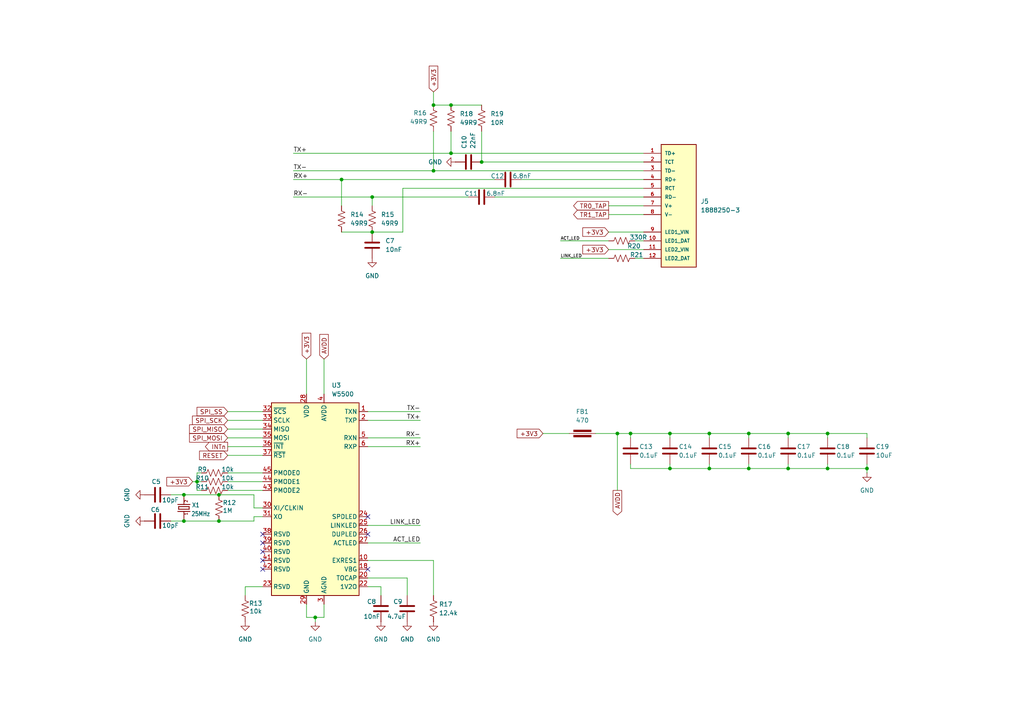
<source format=kicad_sch>
(kicad_sch (version 20231120) (generator "eeschema") (generator_version "8.0")
  (paper "A4")
  (lib_symbols
    (symbol "Connector_Ethernet:1888250-3" (pin_names (offset 1.016))
      (property "Reference" "J" (at -5.0874 16.0325 0))
      (property "Value" "1888250-3" (at -5.0847 -22.8787 0))
      (symbol "1888250-3_0_0"
        (rectangle (start -5.08 15.24) (end 5.08 -20.32) (stroke (width 0.254)) (fill (type background)))
        (pin passive line (at -10.16 12.7 0) (length 5.08) (name "TD+") (number "1"))
        (pin passive line (at -10.16 -12.7 0) (length 5.08) (name "LED1_DAT") (number "10"))
        (pin passive line (at -10.16 -15.24 0) (length 5.08) (name "LED2_VIN") (number "11"))
        (pin passive line (at -10.16 -17.78 0) (length 5.08) (name "LED2_DAT") (number "12"))
        (pin passive line (at -10.16 10.16 0) (length 5.08) (name "TCT") (number "2"))
        (pin passive line (at -10.16 7.62 0) (length 5.08) (name "TD-") (number "3"))
        (pin passive line (at -10.16 5.08 0) (length 5.08) (name "RD+") (number "4"))
        (pin passive line (at -10.16 2.54 0) (length 5.08) (name "RCT") (number "5"))
        (pin passive line (at -10.16 0 0) (length 5.08) (name "RD-") (number "6"))
        (pin passive line (at -10.16 -2.54 0) (length 5.08) (name "V+") (number "7"))
        (pin passive line (at -10.16 -5.08 0) (length 5.08) (name "V-") (number "8"))
        (pin passive line (at -10.16 -10.16 0) (length 5.08) (name "LED1_VIN") (number "9"))
      )
    )
    (symbol "Device:C" (pin_numbers hide) (pin_names (offset 0.254))
      (property "Reference" "C" (at 0.635 2.54 0))
      (property "Value" "C" (at 0.635 -2.54 0))
      (symbol "C_0_1"
        (polyline (pts (xy -2.032 -0.762) (xy 2.032 -0.762)) (stroke (width 0.508)))
        (polyline (pts (xy -2.032 0.762) (xy 2.032 0.762)) (stroke (width 0.508)))
      )
      (symbol "C_1_1"
        (pin passive line (at 0 3.81 270) (length 2.794) (name "~") (number "1"))
        (pin passive line (at 0 -3.81 90) (length 2.794) (name "~") (number "2"))
      )
    )
    (symbol "Device:R_US" (pin_numbers hide) (pin_names (offset 0))
      (property "Reference" "R" (at 2.54 0 90))
      (property "Value" "R_US" (at -2.54 0 90))
      (symbol "R_US_0_1"
        (polyline (pts (xy 0 -2.286) (xy 0 -2.54)))
        (polyline (pts (xy 0 2.286) (xy 0 2.54)))
        (polyline (pts (xy 0 -0.762) (xy 1.016 -1.143) (xy 0 -1.524) (xy -1.016 -1.905) (xy 0 -2.286)))
        (polyline (pts (xy 0 0.762) (xy 1.016 0.381) (xy 0 0) (xy -1.016 -0.381) (xy 0 -0.762)))
        (polyline (pts (xy 0 2.286) (xy 1.016 1.905) (xy 0 1.524) (xy -1.016 1.143) (xy 0 0.762)))
      )
      (symbol "R_US_1_1"
        (pin passive line (at 0 3.81 270) (length 1.27) (name "~") (number "1"))
        (pin passive line (at 0 -3.81 90) (length 1.27) (name "~") (number "2"))
      )
    )
    (symbol "Interface_Ethernet:W5500"
      (property "Reference" "U" (at -11.43 29.21 0))
      (property "Value" "W5500" (at 8.89 29.21 0))
      (symbol "W5500_0_1"
        (rectangle (start -12.7 27.94) (end 12.7 -27.94) (stroke (width 0.254)) (fill (type background)))
      )
      (symbol "W5500_1_1"
        (pin output line (at 15.24 25.4 180) (length 2.54) (name "TXN") (number "1"))
        (pin passive line (at 15.24 -17.78 180) (length 2.54) (name "EXRES1") (number "10"))
        (pin passive line (at 2.54 30.48 270) (length 2.54) hide (name "AVDD") (number "11"))
        (pin no_connect line (at 12.7 7.62 180) (length 2.54) hide (name "NC") (number "12"))
        (pin no_connect line (at 12.7 5.08 180) (length 2.54) hide (name "NC") (number "13"))
        (pin passive line (at 2.54 -30.48 90) (length 2.54) hide (name "AGND") (number "14"))
        (pin passive line (at 2.54 30.48 270) (length 2.54) hide (name "AVDD") (number "15"))
        (pin passive line (at 2.54 -30.48 90) (length 2.54) hide (name "AGND") (number "16"))
        (pin passive line (at 2.54 30.48 270) (length 2.54) hide (name "AVDD") (number "17"))
        (pin passive line (at 15.24 -20.32 180) (length 2.54) (name "VBG") (number "18"))
        (pin passive line (at 2.54 -30.48 90) (length 2.54) hide (name "AGND") (number "19"))
        (pin output line (at 15.24 22.86 180) (length 2.54) (name "TXP") (number "2"))
        (pin passive line (at 15.24 -22.86 180) (length 2.54) (name "TOCAP") (number "20"))
        (pin passive line (at 2.54 30.48 270) (length 2.54) hide (name "AVDD") (number "21"))
        (pin output line (at 15.24 -25.4 180) (length 2.54) (name "1V2O") (number "22"))
        (pin input line (at -15.24 -25.4 0) (length 2.54) (name "RSVD") (number "23"))
        (pin output line (at 15.24 -5.08 180) (length 2.54) (name "SPDLED") (number "24"))
        (pin output line (at 15.24 -7.62 180) (length 2.54) (name "LINKLED") (number "25"))
        (pin output line (at 15.24 -10.16 180) (length 2.54) (name "DUPLED") (number "26"))
        (pin output line (at 15.24 -12.7 180) (length 2.54) (name "ACTLED") (number "27"))
        (pin power_in line (at -2.54 30.48 270) (length 2.54) (name "VDD") (number "28"))
        (pin power_in line (at -2.54 -30.48 90) (length 2.54) (name "GND") (number "29"))
        (pin power_in line (at 2.54 -30.48 90) (length 2.54) (name "AGND") (number "3"))
        (pin input line (at -15.24 -2.54 0) (length 2.54) (name "XI/CLKIN") (number "30"))
        (pin output line (at -15.24 -5.08 0) (length 2.54) (name "XO") (number "31"))
        (pin input line (at -15.24 25.4 0) (length 2.54) (name "~{SCS}") (number "32"))
        (pin input line (at -15.24 22.86 0) (length 2.54) (name "SCLK") (number "33"))
        (pin output line (at -15.24 20.32 0) (length 2.54) (name "MISO") (number "34"))
        (pin input line (at -15.24 17.78 0) (length 2.54) (name "MOSI") (number "35"))
        (pin input line (at -15.24 15.24 0) (length 2.54) (name "~{INT}") (number "36"))
        (pin input line (at -15.24 12.7 0) (length 2.54) (name "~{RST}") (number "37"))
        (pin input line (at -15.24 -10.16 0) (length 2.54) (name "RSVD") (number "38"))
        (pin input line (at -15.24 -12.7 0) (length 2.54) (name "RSVD") (number "39"))
        (pin power_in line (at 2.54 30.48 270) (length 2.54) (name "AVDD") (number "4"))
        (pin input line (at -15.24 -15.24 0) (length 2.54) (name "RSVD") (number "40"))
        (pin input line (at -15.24 -17.78 0) (length 2.54) (name "RSVD") (number "41"))
        (pin input line (at -15.24 -20.32 0) (length 2.54) (name "RSVD") (number "42"))
        (pin input line (at -15.24 2.54 0) (length 2.54) (name "PMODE2") (number "43"))
        (pin input line (at -15.24 5.08 0) (length 2.54) (name "PMODE1") (number "44"))
        (pin input line (at -15.24 7.62 0) (length 2.54) (name "PMODE0") (number "45"))
        (pin no_connect line (at 12.7 2.54 180) (length 2.54) hide (name "NC") (number "46"))
        (pin no_connect line (at 12.7 0 180) (length 2.54) hide (name "NC") (number "47"))
        (pin passive line (at 2.54 -30.48 90) (length 2.54) hide (name "AGND") (number "48"))
        (pin input line (at 15.24 17.78 180) (length 2.54) (name "RXN") (number "5"))
        (pin input line (at 15.24 15.24 180) (length 2.54) (name "RXP") (number "6"))
        (pin no_connect line (at 12.7 10.16 180) (length 2.54) hide (name "DNC") (number "7"))
        (pin passive line (at 2.54 30.48 270) (length 2.54) hide (name "AVDD") (number "8"))
        (pin passive line (at 2.54 -30.48 90) (length 2.54) hide (name "AGND") (number "9"))
      )
    )
    (symbol "PCM_Device_AKL:Ferrite_Bead" (pin_numbers hide) (pin_names (offset 0))
      (property "Reference" "FB" (at 0 4.572 0))
      (property "Value" "Ferrite_Bead" (at 0 3.175 0))
      (symbol "Ferrite_Bead_0_1"
        (rectangle (start -2.54 1.016) (end 2.54 0.508) (fill (type outline)))
        (polyline (pts (xy 2.54 0) (xy -2.54 0)))
      )
      (symbol "Ferrite_Bead_1_1"
        (rectangle (start -2.54 -0.508) (end 2.54 -1.016) (fill (type outline)))
        (pin passive line (at -3.81 0 0) (length 1.27) (name "~") (number "1"))
        (pin passive line (at 3.81 0 180) (length 1.27) (name "~") (number "2"))
      )
    )
    (symbol "power:GND" (power) (pin_numbers hide) (pin_names (offset 0) hide)
      (property "Value" "GND" (at 0 -3.81 0))
      (symbol "GND_0_1"
        (polyline (pts (xy 0 0) (xy 0 -1.27) (xy 1.27 -1.27) (xy 0 -2.54) (xy -1.27 -1.27) (xy 0 -1.27)))
      )
      (symbol "GND_1_1"
        (pin power_in line (at 0 0 270) (length 0) (name "~") (number "1"))
      )
    )
    (symbol "seeed-eagle-import:CRYSTAL'5032'"
      (property "Reference" "X" (at -3.81 0 0))
      (symbol "CRYSTAL'5032'_1_0"
        (polyline (pts (xy -1.27 0) (xy -1.016 0)) (stroke (width 0.1524)))
        (polyline (pts (xy -1.016 0) (xy -1.016 -1.778)) (stroke (width 0.254)))
        (polyline (pts (xy -1.016 1.778) (xy -1.016 0)) (stroke (width 0.254)))
        (polyline (pts (xy -0.381 -1.524) (xy 0.381 -1.524)) (stroke (width 0.254)))
        (polyline (pts (xy -0.381 1.524) (xy -0.381 -1.524)) (stroke (width 0.254)))
        (polyline (pts (xy 0.381 -1.524) (xy 0.381 1.524)) (stroke (width 0.254)))
        (polyline (pts (xy 0.381 1.524) (xy -0.381 1.524)) (stroke (width 0.254)))
        (polyline (pts (xy 1.016 0) (xy 1.016 -1.778)) (stroke (width 0.254)))
        (polyline (pts (xy 1.016 0) (xy 1.27 0)) (stroke (width 0.1524)))
        (polyline (pts (xy 1.016 1.778) (xy 1.016 0)) (stroke (width 0.254)))
        (text "1" (at -2.159 -1.143 0) (effects (font (size 0.8636 0.734)) (justify left bottom)))
        (text "2" (at 1.524 -1.143 0) (effects (font (size 0.8636 0.734)) (justify left bottom)))
        (pin passive line (at -3.81 0 0) (length 2.54) (name "1") (number "1"))
        (pin passive line (at 3.81 0 180) (length 2.54) (name "2") (number "2"))
      )
    )
  )
  (junction (at 57.15 139.7))
  (junction (at 63.5 143.51))
  (junction (at 251.46 135.89))
  (junction (at 194.31 135.89))
  (junction (at 240.03 135.89))
  (junction (at 205.74 135.89))
  (junction (at 217.17 135.89))
  (junction (at 91.44 179.07))
  (junction (at 205.74 125.73))
  (junction (at 107.95 67.31))
  (junction (at 217.17 125.73))
  (junction (at 130.81 30.48))
  (junction (at 228.6 125.73))
  (junction (at 107.95 57.15))
  (junction (at 53.34 143.51))
  (junction (at 125.73 30.48))
  (junction (at 139.7 46.99))
  (junction (at 194.31 125.73))
  (junction (at 182.88 125.73))
  (junction (at 179.07 125.73))
  (junction (at 63.5 151.13))
  (junction (at 99.06 52.07))
  (junction (at 53.34 151.13))
  (junction (at 125.73 49.53))
  (junction (at 228.6 135.89))
  (junction (at 130.81 44.45))
  (junction (at 240.03 125.73))
  (no_connect (at 76.2 162.56))
  (no_connect (at 76.2 154.94))
  (no_connect (at 76.2 160.02))
  (no_connect (at 106.68 149.86))
  (no_connect (at 106.68 165.1))
  (no_connect (at 76.2 157.48))
  (no_connect (at 106.68 154.94))
  (no_connect (at 76.2 165.1))
  (wire (pts (xy 76.2 147.32) (xy 73.66 147.32)))
  (wire (pts (xy 240.03 135.89) (xy 240.03 134.62)))
  (wire (pts (xy 106.68 152.4) (xy 121.92 152.4)))
  (wire (pts (xy 63.5 143.51) (xy 53.34 143.51)))
  (wire (pts (xy 179.07 125.73) (xy 179.07 142.24)))
  (wire (pts (xy 205.74 135.89) (xy 217.17 135.89)))
  (wire (pts (xy 99.06 52.07) (xy 99.06 59.69)))
  (wire (pts (xy 57.15 137.16) (xy 57.15 139.7)))
  (wire (pts (xy 240.03 135.89) (xy 251.46 135.89)))
  (wire (pts (xy 228.6 127) (xy 228.6 125.73)))
  (wire (pts (xy 162.56 69.85) (xy 176.53 69.85)))
  (wire (pts (xy 66.04 119.38) (xy 76.2 119.38)))
  (wire (pts (xy 88.9 179.07) (xy 91.44 179.07)))
  (wire (pts (xy 205.74 125.73) (xy 217.17 125.73)))
  (wire (pts (xy 93.98 104.14) (xy 93.98 114.3)))
  (wire (pts (xy 194.31 125.73) (xy 205.74 125.73)))
  (wire (pts (xy 118.11 167.64) (xy 118.11 172.72)))
  (wire (pts (xy 66.04 132.08) (xy 76.2 132.08)))
  (wire (pts (xy 240.03 127) (xy 240.03 125.73)))
  (wire (pts (xy 73.66 143.51) (xy 63.5 143.51)))
  (wire (pts (xy 176.53 67.31) (xy 186.69 67.31)))
  (wire (pts (xy 66.04 129.54) (xy 76.2 129.54)))
  (wire (pts (xy 106.68 170.18) (xy 110.49 170.18)))
  (wire (pts (xy 182.88 125.73) (xy 179.07 125.73)))
  (wire (pts (xy 228.6 125.73) (xy 240.03 125.73)))
  (wire (pts (xy 125.73 162.56) (xy 125.73 172.72)))
  (wire (pts (xy 162.56 74.93) (xy 176.53 74.93)))
  (wire (pts (xy 66.04 124.46) (xy 76.2 124.46)))
  (wire (pts (xy 125.73 49.53) (xy 186.69 49.53)))
  (wire (pts (xy 205.74 135.89) (xy 205.74 134.62)))
  (wire (pts (xy 172.72 125.73) (xy 179.07 125.73)))
  (wire (pts (xy 106.68 167.64) (xy 118.11 167.64)))
  (wire (pts (xy 182.88 135.89) (xy 194.31 135.89)))
  (wire (pts (xy 66.04 127) (xy 76.2 127)))
  (wire (pts (xy 106.68 162.56) (xy 125.73 162.56)))
  (wire (pts (xy 106.68 119.38) (xy 121.92 119.38)))
  (wire (pts (xy 110.49 170.18) (xy 110.49 172.72)))
  (wire (pts (xy 73.66 147.32) (xy 73.66 143.51)))
  (wire (pts (xy 194.31 135.89) (xy 194.31 134.62)))
  (wire (pts (xy 66.04 139.7) (xy 76.2 139.7)))
  (wire (pts (xy 251.46 137.16) (xy 251.46 135.89)))
  (wire (pts (xy 176.53 62.23) (xy 186.69 62.23)))
  (wire (pts (xy 217.17 125.73) (xy 228.6 125.73)))
  (wire (pts (xy 139.7 38.1) (xy 139.7 46.99)))
  (wire (pts (xy 71.12 170.18) (xy 71.12 172.72)))
  (wire (pts (xy 106.68 157.48) (xy 121.92 157.48)))
  (wire (pts (xy 57.15 137.16) (xy 58.42 137.16)))
  (wire (pts (xy 99.06 52.07) (xy 143.51 52.07)))
  (wire (pts (xy 85.09 52.07) (xy 99.06 52.07)))
  (wire (pts (xy 76.2 170.18) (xy 71.12 170.18)))
  (wire (pts (xy 217.17 135.89) (xy 217.17 134.62)))
  (wire (pts (xy 116.84 54.61) (xy 186.69 54.61)))
  (wire (pts (xy 157.48 125.73) (xy 165.1 125.73)))
  (wire (pts (xy 53.34 151.13) (xy 49.53 151.13)))
  (wire (pts (xy 194.31 135.89) (xy 205.74 135.89)))
  (wire (pts (xy 194.31 127) (xy 194.31 125.73)))
  (wire (pts (xy 116.84 67.31) (xy 107.95 67.31)))
  (wire (pts (xy 66.04 142.24) (xy 76.2 142.24)))
  (wire (pts (xy 143.51 57.15) (xy 186.69 57.15)))
  (wire (pts (xy 228.6 135.89) (xy 240.03 135.89)))
  (wire (pts (xy 93.98 179.07) (xy 91.44 179.07)))
  (wire (pts (xy 176.53 59.69) (xy 186.69 59.69)))
  (wire (pts (xy 73.66 151.13) (xy 63.5 151.13)))
  (wire (pts (xy 53.34 143.51) (xy 49.53 143.51)))
  (wire (pts (xy 130.81 44.45) (xy 186.69 44.45)))
  (wire (pts (xy 184.15 69.85) (xy 186.69 69.85)))
  (wire (pts (xy 130.81 30.48) (xy 139.7 30.48)))
  (wire (pts (xy 151.13 52.07) (xy 186.69 52.07)))
  (wire (pts (xy 251.46 135.89) (xy 251.46 134.62)))
  (wire (pts (xy 66.04 137.16) (xy 76.2 137.16)))
  (wire (pts (xy 139.7 46.99) (xy 186.69 46.99)))
  (wire (pts (xy 125.73 30.48) (xy 130.81 30.48)))
  (wire (pts (xy 125.73 38.1) (xy 125.73 49.53)))
  (wire (pts (xy 106.68 129.54) (xy 121.92 129.54)))
  (wire (pts (xy 63.5 151.13) (xy 53.34 151.13)))
  (wire (pts (xy 106.68 121.92) (xy 121.92 121.92)))
  (wire (pts (xy 73.66 149.86) (xy 73.66 151.13)))
  (wire (pts (xy 107.95 57.15) (xy 107.95 59.69)))
  (wire (pts (xy 251.46 127) (xy 251.46 125.73)))
  (wire (pts (xy 182.88 125.73) (xy 194.31 125.73)))
  (wire (pts (xy 182.88 135.89) (xy 182.88 134.62)))
  (wire (pts (xy 205.74 127) (xy 205.74 125.73)))
  (wire (pts (xy 76.2 149.86) (xy 73.66 149.86)))
  (wire (pts (xy 85.09 44.45) (xy 130.81 44.45)))
  (wire (pts (xy 116.84 54.61) (xy 116.84 67.31)))
  (wire (pts (xy 217.17 135.89) (xy 228.6 135.89)))
  (wire (pts (xy 107.95 57.15) (xy 135.89 57.15)))
  (wire (pts (xy 130.81 38.1) (xy 130.81 44.45)))
  (wire (pts (xy 88.9 175.26) (xy 88.9 179.07)))
  (wire (pts (xy 184.15 74.93) (xy 186.69 74.93)))
  (wire (pts (xy 228.6 135.89) (xy 228.6 134.62)))
  (wire (pts (xy 182.88 127) (xy 182.88 125.73)))
  (wire (pts (xy 91.44 180.34) (xy 91.44 179.07)))
  (wire (pts (xy 93.98 175.26) (xy 93.98 179.07)))
  (wire (pts (xy 57.15 142.24) (xy 58.42 142.24)))
  (wire (pts (xy 217.17 127) (xy 217.17 125.73)))
  (wire (pts (xy 125.73 26.67) (xy 125.73 30.48)))
  (wire (pts (xy 106.68 127) (xy 121.92 127)))
  (wire (pts (xy 176.53 72.39) (xy 186.69 72.39)))
  (wire (pts (xy 99.06 67.31) (xy 107.95 67.31)))
  (wire (pts (xy 88.9 104.14) (xy 88.9 114.3)))
  (wire (pts (xy 57.15 139.7) (xy 57.15 142.24)))
  (wire (pts (xy 251.46 125.73) (xy 240.03 125.73)))
  (wire (pts (xy 55.88 139.7) (xy 57.15 139.7)))
  (wire (pts (xy 85.09 57.15) (xy 107.95 57.15)))
  (wire (pts (xy 57.15 139.7) (xy 58.42 139.7)))
  (wire (pts (xy 66.04 121.92) (xy 76.2 121.92)))
  (wire (pts (xy 85.09 49.53) (xy 125.73 49.53)))
  (label "ACT_LED" (at 162.56 69.85 0) (effects (font (size 0.889 0.889))))
  (label "RX+" (at 121.92 129.54 180))
  (label "TX+" (at 121.92 121.92 180))
  (label "LINK_LED" (at 121.92 152.4 180))
  (label "ACT_LED" (at 121.92 157.48 180))
  (label "TX-" (at 121.92 119.38 180))
  (label "TX+" (at 85.09 44.45 0))
  (label "RX+" (at 85.09 52.07 0))
  (label "LINK_LED" (at 162.56 74.93 0) (effects (font (size 0.889 0.889))))
  (label "TX-" (at 85.09 49.53 0))
  (label "RX-" (at 85.09 57.15 0))
  (label "RX-" (at 121.92 127 180))
  (global_label "+3V3" (shape input) (at 125.73 26.67 90) (property "Intersheetrefs" "${INTERSHEET_REFS}" (effects (hide yes))))
  (global_label "+3V3" (shape input) (at 176.53 67.31 180) (property "Intersheetrefs" "${INTERSHEET_REFS}" (effects (hide yes))))
  (global_label "AVDD" (shape input) (at 93.98 104.14 90) (property "Intersheetrefs" "${INTERSHEET_REFS}" (effects (hide yes))))
  (global_label "SPI_MISO" (shape input) (at 66.04 124.46 180) (property "Intersheetrefs" "${INTERSHEET_REFS}" (effects (hide yes))))
  (global_label "TR1_TAP" (shape output) (at 176.53 62.23 180) (property "Intersheetrefs" "${INTERSHEET_REFS}" (effects (hide yes))))
  (global_label "RESET" (shape input) (at 66.04 132.08 180) (property "Intersheetrefs" "${INTERSHEET_REFS}" (effects (hide yes))))
  (global_label "SPI_MOSI" (shape input) (at 66.04 127 180) (property "Intersheetrefs" "${INTERSHEET_REFS}" (effects (hide yes))))
  (global_label "+3V3" (shape input) (at 88.9 104.14 90) (property "Intersheetrefs" "${INTERSHEET_REFS}" (effects (hide yes))))
  (global_label "+3V3" (shape input) (at 55.88 139.7 180) (property "Intersheetrefs" "${INTERSHEET_REFS}" (effects (hide yes))))
  (global_label "SPI_SCK" (shape input) (at 66.04 121.92 180) (property "Intersheetrefs" "${INTERSHEET_REFS}" (effects (hide yes))))
  (global_label "TR0_TAP" (shape output) (at 176.53 59.69 180) (property "Intersheetrefs" "${INTERSHEET_REFS}" (effects (hide yes))))
  (global_label "SPI_SS" (shape input) (at 66.04 119.38 180) (property "Intersheetrefs" "${INTERSHEET_REFS}" (effects (hide yes))))
  (global_label "INTn" (shape output) (at 66.04 129.54 180) (property "Intersheetrefs" "${INTERSHEET_REFS}" (effects (hide yes))))
  (global_label "+3V3" (shape input) (at 157.48 125.73 180) (property "Intersheetrefs" "${INTERSHEET_REFS}" (effects (hide yes))))
  (global_label "AVDD" (shape output) (at 179.07 142.24 270) (property "Intersheetrefs" "${INTERSHEET_REFS}" (effects (hide yes))))
  (global_label "+3V3" (shape input) (at 176.53 72.39 180) (property "Intersheetrefs" "${INTERSHEET_REFS}" (effects (hide yes))))
  (symbol (lib_id "power:GND") (at 71.12 180.34 0) (unit 1)
    (property "Reference" "#PWR014" (effects (hide yes)))
    (property "Value" "GND" (at 71.12 185.42 0))
    (property "Description" "Power symbol creates a global label with name \"GND\" , ground" (effects (hide yes)))
    (instances (project "atslim-328" (path "" (reference "#PWR014") (unit 1))) (project "gambit-avr-layout-2" (path "" (reference "#PWR08") (unit 1))))
  )
  (symbol (lib_id "Interface_Ethernet:W5500") (at 91.44 144.78 0) (unit 1)
    (property "Reference" "U3" (at 96.1741 111.76 0) (effects (justify left)))
    (property "Value" "W5500" (at 96.1741 114.3 0) (effects (justify left)))
    (property "Footprint" "Package_QFP:LQFP-48_7x7mm_P0.5mm" (effects (hide yes)))
    (property "Datasheet" "http://wizwiki.net/wiki/lib/exe/fetch.php/products:w5500:w5500_ds_v109e.pdf" (effects (hide yes)))
    (property "Description" "10/100Mb SPI Ethernet controller with TCP/IP stack, LQFP-48" (effects (hide yes)))
    (instances (project "atslim-328" (path "" (reference "U3") (unit 1))) (project "gambit-avr-layout-2" (path "" (reference "U1") (unit 1))))
  )
  (symbol (lib_id "PCM_Device_AKL:Ferrite_Bead") (at 168.91 125.73 0) (unit 1)
    (property "Reference" "FB1" (at 168.91 119.38 0))
    (property "Value" "470" (at 168.91 121.92 0))
    (property "Footprint" "PCM_Ferrite_SMD_Handsoldering_AKL:Ferrite_1206_3216Metric" (effects (hide yes)))
    (property "Description" "Ferrite bead, Alternate KiCAD Library" (effects (hide yes)))
  )
  (symbol (lib_id "Device:C") (at 205.74 130.81 0) (unit 1)
    (property "Reference" "C15" (at 208.28 129.54 0) (effects (justify left)))
    (property "Value" "0.1uF" (at 208.28 132.08 0) (effects (justify left)))
    (property "Footprint" "Capacitor_SMD:C_0402_1005Metric_Pad0.74x0.62mm_HandSolder" (effects (hide yes)))
    (property "Description" "Unpolarized capacitor" (effects (hide yes)))
    (instances (project "atslim-328" (path "" (reference "C15") (unit 1))) (project "gambit-avr-layout-2" (path "" (reference "C11") (unit 1))))
  )
  (symbol (lib_id "Device:C") (at 45.72 151.13 270) (unit 1)
    (property "Reference" "C6" (at 43.688 147.828 90) (effects (justify left)))
    (property "Value" "10pF" (at 46.99 152.4 90) (effects (justify left)))
    (property "Footprint" "Capacitor_SMD:C_0402_1005Metric_Pad0.74x0.62mm_HandSolder" (effects (hide yes)))
    (property "Description" "Unpolarized capacitor" (effects (hide yes)))
    (instances (project "atslim-328" (path "" (reference "C6") (unit 1))) (project "gambit-avr-layout-2" (path "" (reference "C4") (unit 1))))
  )
  (symbol (lib_id "Device:R_US") (at 139.7 34.29 0) (unit 1)
    (property "Reference" "R19" (at 142.24 33.0199 0) (effects (justify left)))
    (property "Value" "10R" (at 142.24 35.5599 0) (effects (justify left)))
    (property "Footprint" "Resistor_SMD:R_0402_1005Metric_Pad0.72x0.64mm_HandSolder" (effects (hide yes)))
    (property "Description" "Resistor, US symbol" (effects (hide yes)))
    (instances (project "atslim-328" (path "" (reference "R19") (unit 1))) (project "gambit-avr-layout-2" (path "" (reference "R11") (unit 1))))
  )
  (symbol (lib_id "Device:R_US") (at 63.5 147.32 180) (unit 1)
    (property "Reference" "R12" (at 66.548 145.796 0))
    (property "Value" "1M" (at 66.04 148.082 0))
    (property "Footprint" "Resistor_SMD:R_0402_1005Metric_Pad0.72x0.64mm_HandSolder" (effects (hide yes)))
    (property "Description" "Resistor, US symbol" (effects (hide yes)))
    (instances (project "atslim-328" (path "" (reference "R12") (unit 1))) (project "gambit-avr-layout-2" (path "" (reference "R4") (unit 1))))
  )
  (symbol (lib_id "Device:R_US") (at 99.06 63.5 0) (unit 1)
    (property "Reference" "R14" (at 101.6 62.2299 0) (effects (justify left)))
    (property "Value" "49R9" (at 101.6 64.7699 0) (effects (justify left)))
    (property "Footprint" "Resistor_SMD:R_0402_1005Metric_Pad0.72x0.64mm_HandSolder" (effects (hide yes)))
    (property "Description" "Resistor, US symbol" (effects (hide yes)))
    (instances (project "atslim-328" (path "" (reference "R14") (unit 1))) (project "gambit-avr-layout-2" (path "" (reference "R6") (unit 1))))
  )
  (symbol (lib_id "Connector_Ethernet:1888250-3") (at 196.85 57.15 0) (unit 1)
    (property "Reference" "J5" (at 203.2 58.4199 0) (effects (justify left)))
    (property "Value" "1888250-3" (at 203.2 60.9599 0) (effects (justify left)))
    (property "Footprint" "Connector_Ethernet:TE_1888250-3" (effects (hide yes)))
    (property "PARTREV" "D" (effects (hide yes)))
    (property "STANDARD" "Manufacturer Recommendations" (effects (hide yes)))
    (property "MAXIMUM_PACKAGE_HEIGHT" "13.58 mm" (effects (hide yes)))
    (property "MANUFACTURER" "TE Connectivity" (effects (hide yes)))
  )
  (symbol (lib_id "Device:C") (at 45.72 143.51 270) (unit 1)
    (property "Reference" "C5" (at 43.942 139.7 90) (effects (justify left)))
    (property "Value" "10pF" (at 46.99 145.034 90) (effects (justify left)))
    (property "Footprint" "Capacitor_SMD:C_0402_1005Metric_Pad0.74x0.62mm_HandSolder" (effects (hide yes)))
    (property "Description" "Unpolarized capacitor" (effects (hide yes)))
    (instances (project "atslim-328" (path "" (reference "C5") (unit 1))) (project "gambit-avr-layout-2" (path "" (reference "C3") (unit 1))))
  )
  (symbol (lib_id "Device:C") (at 240.03 130.81 0) (unit 1)
    (property "Reference" "C18" (at 242.57 129.54 0) (effects (justify left)))
    (property "Value" "0.1uF" (at 242.57 132.08 0) (effects (justify left)))
    (property "Footprint" "Capacitor_SMD:C_0402_1005Metric_Pad0.74x0.62mm_HandSolder" (effects (hide yes)))
    (property "Description" "Unpolarized capacitor" (effects (hide yes)))
    (instances (project "atslim-328" (path "" (reference "C18") (unit 1))) (project "gambit-avr-layout-2" (path "" (reference "C14") (unit 1))))
  )
  (symbol (lib_id "Device:C") (at 135.89 46.99 90) (unit 1)
    (property "Reference" "C10" (at 134.6199 43.18 0) (effects (justify left)))
    (property "Value" "22nF" (at 137.1599 43.18 0) (effects (justify left)))
    (property "Footprint" "Capacitor_SMD:C_0402_1005Metric_Pad0.74x0.62mm_HandSolder" (effects (hide yes)))
    (property "Description" "Unpolarized capacitor" (effects (hide yes)))
    (instances (project "atslim-328" (path "" (reference "C10") (unit 1))) (project "gambit-avr-layout-2" (path "" (reference "C8") (unit 1))))
  )
  (symbol (lib_id "power:GND") (at 125.73 180.34 0) (unit 1)
    (property "Reference" "#PWR019" (effects (hide yes)))
    (property "Value" "GND" (at 125.73 185.42 0))
    (property "Description" "Power symbol creates a global label with name \"GND\" , ground" (effects (hide yes)))
    (instances (project "atslim-328" (path "" (reference "#PWR019") (unit 1))) (project "gambit-avr-layout-2" (path "" (reference "#PWR012") (unit 1))))
  )
  (symbol (lib_id "Device:R_US") (at 130.81 34.29 0) (unit 1)
    (property "Reference" "R18" (at 133.35 33.0199 0) (effects (justify left)))
    (property "Value" "49R9" (at 133.35 35.5599 0) (effects (justify left)))
    (property "Footprint" "Resistor_SMD:R_0402_1005Metric_Pad0.72x0.64mm_HandSolder" (effects (hide yes)))
    (property "Description" "Resistor, US symbol" (effects (hide yes)))
    (instances (project "atslim-328" (path "" (reference "R18") (unit 1))) (project "gambit-avr-layout-2" (path "" (reference "R10") (unit 1))))
  )
  (symbol (lib_id "Device:C") (at 110.49 176.53 0) (unit 1)
    (property "Reference" "C8" (at 106.426 174.498 0) (effects (justify left)))
    (property "Value" "10nF" (at 105.41 178.816 0) (effects (justify left)))
    (property "Footprint" "Capacitor_SMD:C_0402_1005Metric_Pad0.74x0.62mm_HandSolder" (effects (hide yes)))
    (property "Description" "Unpolarized capacitor" (effects (hide yes)))
    (instances (project "atslim-328" (path "" (reference "C8") (unit 1))) (project "gambit-avr-layout-2" (path "" (reference "C5") (unit 1))))
  )
  (symbol (lib_id "Device:C") (at 182.88 130.81 0) (unit 1)
    (property "Reference" "C13" (at 185.42 129.54 0) (effects (justify left)))
    (property "Value" "0.1uF" (at 185.42 132.08 0) (effects (justify left)))
    (property "Footprint" "Capacitor_SMD:C_0402_1005Metric_Pad0.74x0.62mm_HandSolder" (effects (hide yes)))
    (property "Description" "Unpolarized capacitor" (effects (hide yes)))
    (instances (project "atslim-328" (path "" (reference "C13") (unit 1))) (project "gambit-avr-layout-2" (path "" (reference "C9") (unit 1))))
  )
  (symbol (lib_id "Device:C") (at 139.7 57.15 270) (unit 1)
    (property "Reference" "C11" (at 136.652 56.134 90))
    (property "Value" "6.8nF" (at 143.764 56.134 90))
    (property "Footprint" "Capacitor_SMD:C_0402_1005Metric_Pad0.74x0.62mm_HandSolder" (effects (hide yes)))
    (property "Description" "Unpolarized capacitor" (effects (hide yes)))
    (instances (project "atslim-328" (path "" (reference "C11") (unit 1))) (project "gambit-avr-layout-2" (path "" (reference "C35") (unit 1))))
  )
  (symbol (lib_id "power:GND") (at 41.91 151.13 270) (unit 1)
    (property "Reference" "#PWR013" (effects (hide yes)))
    (property "Value" "GND" (at 36.83 151.13 0))
    (property "Description" "Power symbol creates a global label with name \"GND\" , ground" (effects (hide yes)))
    (instances (project "atslim-328" (path "" (reference "#PWR013") (unit 1))) (project "gambit-avr-layout-2" (path "" (reference "#PWR07") (unit 1))))
  )
  (symbol (lib_id "Device:R_US") (at 125.73 34.29 0) (unit 1)
    (property "Reference" "R16" (at 119.888 32.766 0) (effects (justify left)))
    (property "Value" "49R9" (at 118.872 35.306 0) (effects (justify left)))
    (property "Footprint" "Resistor_SMD:R_0402_1005Metric_Pad0.72x0.64mm_HandSolder" (effects (hide yes)))
    (property "Description" "Resistor, US symbol" (effects (hide yes)))
    (instances (project "atslim-328" (path "" (reference "R16") (unit 1))) (project "gambit-avr-layout-2" (path "" (reference "R9") (unit 1))))
  )
  (symbol (lib_id "power:GND") (at 118.11 180.34 0) (unit 1)
    (property "Reference" "#PWR018" (effects (hide yes)))
    (property "Value" "GND" (at 118.11 185.42 0))
    (property "Description" "Power symbol creates a global label with name \"GND\" , ground" (effects (hide yes)))
    (instances (project "atslim-328" (path "" (reference "#PWR018") (unit 1))) (project "gambit-avr-layout-2" (path "" (reference "#PWR011") (unit 1))))
  )
  (symbol (lib_id "Device:C") (at 194.31 130.81 0) (unit 1)
    (property "Reference" "C14" (at 196.85 129.54 0) (effects (justify left)))
    (property "Value" "0.1uF" (at 196.85 132.08 0) (effects (justify left)))
    (property "Footprint" "Capacitor_SMD:C_0402_1005Metric_Pad0.74x0.62mm_HandSolder" (effects (hide yes)))
    (property "Description" "Unpolarized capacitor" (effects (hide yes)))
    (instances (project "atslim-328" (path "" (reference "C14") (unit 1))) (project "gambit-avr-layout-2" (path "" (reference "C10") (unit 1))))
  )
  (symbol (lib_id "power:GND") (at 132.08 46.99 270) (unit 1)
    (property "Reference" "#PWR020" (effects (hide yes)))
    (property "Value" "GND" (at 128.27 46.9899 90) (effects (justify right)))
    (property "Description" "Power symbol creates a global label with name \"GND\" , ground" (effects (hide yes)))
  )
  (symbol (lib_id "Device:C") (at 118.11 176.53 0) (unit 1)
    (property "Reference" "C9" (at 114.046 174.498 0) (effects (justify left)))
    (property "Value" "4.7uF" (at 112.268 178.816 0) (effects (justify left)))
    (property "Footprint" "Capacitor_SMD:C_0402_1005Metric_Pad0.74x0.62mm_HandSolder" (effects (hide yes)))
    (property "Description" "Unpolarized capacitor" (effects (hide yes)))
    (instances (project "atslim-328" (path "" (reference "C9") (unit 1))) (project "gambit-avr-layout-2" (path "" (reference "C6") (unit 1))))
  )
  (symbol (lib_id "Device:R_US") (at 180.34 74.93 270) (unit 1)
    (property "Reference" "R21" (at 184.658 73.914 90))
    (property "Value" "330R" (effects (hide yes)))
    (property "Footprint" "Resistor_SMD:R_0402_1005Metric_Pad0.72x0.64mm_HandSolder" (effects (hide yes)))
    (property "Description" "Resistor, US symbol" (effects (hide yes)))
  )
  (symbol (lib_id "Device:R_US") (at 62.23 142.24 270) (unit 1)
    (property "Reference" "R11" (at 58.674 141.224 90))
    (property "Value" "10k" (at 66.04 141.224 90))
    (property "Footprint" "Resistor_SMD:R_0402_1005Metric_Pad0.72x0.64mm_HandSolder" (effects (hide yes)))
    (property "Description" "Resistor, US symbol" (effects (hide yes)))
    (instances (project "atslim-328" (path "" (reference "R11") (unit 1))) (project "gambit-avr-layout-2" (path "" (reference "R3") (unit 1))))
  )
  (symbol (lib_id "Device:C") (at 228.6 130.81 0) (unit 1)
    (property "Reference" "C17" (at 231.14 129.54 0) (effects (justify left)))
    (property "Value" "0.1uF" (at 231.14 132.08 0) (effects (justify left)))
    (property "Footprint" "Capacitor_SMD:C_0402_1005Metric_Pad0.74x0.62mm_HandSolder" (effects (hide yes)))
    (property "Description" "Unpolarized capacitor" (effects (hide yes)))
    (instances (project "atslim-328" (path "" (reference "C17") (unit 1))) (project "gambit-avr-layout-2" (path "" (reference "C13") (unit 1))))
  )
  (symbol (lib_id "Device:R_US") (at 62.23 137.16 270) (unit 1)
    (property "Reference" "R9" (at 58.674 136.144 90))
    (property "Value" "10k" (at 66.04 136.144 90))
    (property "Footprint" "Resistor_SMD:R_0402_1005Metric_Pad0.72x0.64mm_HandSolder" (effects (hide yes)))
    (property "Description" "Resistor, US symbol" (effects (hide yes)))
    (instances (project "atslim-328" (path "" (reference "R9") (unit 1))) (project "gambit-avr-layout-2" (path "" (reference "R1") (unit 1))))
  )
  (symbol (lib_id "Device:R_US") (at 71.12 176.53 180) (unit 1)
    (property "Reference" "R13" (at 74.168 175.006 0))
    (property "Value" "10k" (at 74.168 177.292 0))
    (property "Footprint" "Resistor_SMD:R_0402_1005Metric_Pad0.72x0.64mm_HandSolder" (effects (hide yes)))
    (property "Description" "Resistor, US symbol" (effects (hide yes)))
    (instances (project "atslim-328" (path "" (reference "R13") (unit 1))) (project "gambit-avr-layout-2" (path "" (reference "R5") (unit 1))))
  )
  (symbol (lib_id "Device:C") (at 147.32 52.07 270) (unit 1)
    (property "Reference" "C12" (at 144.272 51.054 90))
    (property "Value" "6.8nF" (at 151.384 51.054 90))
    (property "Footprint" "Capacitor_SMD:C_0402_1005Metric_Pad0.74x0.62mm_HandSolder" (effects (hide yes)))
    (property "Description" "Unpolarized capacitor" (effects (hide yes)))
    (instances (project "atslim-328" (path "" (reference "C12") (unit 1))) (project "gambit-avr-layout-2" (path "" (reference "C34") (unit 1))))
  )
  (symbol (lib_id "power:GND") (at 107.95 74.93 0) (unit 1)
    (property "Reference" "#PWR016" (effects (hide yes)))
    (property "Value" "GND" (at 107.95 80.01 0))
    (property "Description" "Power symbol creates a global label with name \"GND\" , ground" (effects (hide yes)))
  )
  (symbol (lib_id "Device:R_US") (at 62.23 139.7 270) (unit 1)
    (property "Reference" "R10" (at 58.674 138.684 90))
    (property "Value" "10k" (at 66.04 138.684 90))
    (property "Footprint" "Resistor_SMD:R_0402_1005Metric_Pad0.72x0.64mm_HandSolder" (effects (hide yes)))
    (property "Description" "Resistor, US symbol" (effects (hide yes)))
    (instances (project "atslim-328" (path "" (reference "R10") (unit 1))) (project "gambit-avr-layout-2" (path "" (reference "R2") (unit 1))))
  )
  (symbol (lib_id "seeed-eagle-import:CRYSTAL'5032'") (at 53.34 147.32 90) (unit 1)
    (property "Reference" "X1" (at 57.912 145.796 90) (effects (font (size 1.27 1.0795)) (justify left bottom)))
    (property "Value" "25MHz" (at 60.96 148.336 90) (effects (font (size 1.27 1.0795)) (justify left bottom)))
    (property "Footprint" "Crystal:Crystal_SMD_TXC_9HT11-2Pin_2.0x1.2mm_HandSoldering" (effects (hide yes)))
  )
  (symbol (lib_id "Device:C") (at 217.17 130.81 0) (unit 1)
    (property "Reference" "C16" (at 219.71 129.54 0) (effects (justify left)))
    (property "Value" "0.1uF" (at 219.71 132.08 0) (effects (justify left)))
    (property "Footprint" "Capacitor_SMD:C_0402_1005Metric_Pad0.74x0.62mm_HandSolder" (effects (hide yes)))
    (property "Description" "Unpolarized capacitor" (effects (hide yes)))
    (instances (project "atslim-328" (path "" (reference "C16") (unit 1))) (project "gambit-avr-layout-2" (path "" (reference "C12") (unit 1))))
  )
  (symbol (lib_id "Device:R_US") (at 180.34 69.85 270) (unit 1)
    (property "Reference" "R20" (at 183.896 71.374 90))
    (property "Value" "330R" (at 185.166 68.834 90))
    (property "Footprint" "Resistor_SMD:R_0402_1005Metric_Pad0.72x0.64mm_HandSolder" (effects (hide yes)))
    (property "Description" "Resistor, US symbol" (effects (hide yes)))
  )
  (symbol (lib_id "power:GND") (at 251.46 137.16 0) (unit 1)
    (property "Reference" "#PWR021" (effects (hide yes)))
    (property "Value" "GND" (at 251.46 142.24 0))
    (property "Description" "Power symbol creates a global label with name \"GND\" , ground" (effects (hide yes)))
    (instances (project "atslim-328" (path "" (reference "#PWR021") (unit 1))) (project "gambit-avr-layout-2" (path "" (reference "#PWR016") (unit 1))))
  )
  (symbol (lib_id "power:GND") (at 110.49 180.34 0) (unit 1)
    (property "Reference" "#PWR017" (effects (hide yes)))
    (property "Value" "GND" (at 110.49 185.42 0))
    (property "Description" "Power symbol creates a global label with name \"GND\" , ground" (effects (hide yes)))
    (instances (project "atslim-328" (path "" (reference "#PWR017") (unit 1))) (project "gambit-avr-layout-2" (path "" (reference "#PWR010") (unit 1))))
  )
  (symbol (lib_id "power:GND") (at 91.44 180.34 0) (unit 1)
    (property "Reference" "#PWR015" (effects (hide yes)))
    (property "Value" "GND" (at 91.44 185.42 0))
    (property "Description" "Power symbol creates a global label with name \"GND\" , ground" (effects (hide yes)))
    (instances (project "atslim-328" (path "" (reference "#PWR015") (unit 1))) (project "gambit-avr-layout-2" (path "" (reference "#PWR09") (unit 1))))
  )
  (symbol (lib_id "Device:R_US") (at 125.73 176.53 180) (unit 1)
    (property "Reference" "R17" (at 129.286 175.26 0))
    (property "Value" "12.4k" (at 130.048 177.8 0))
    (property "Footprint" "Resistor_SMD:R_0402_1005Metric_Pad0.72x0.64mm_HandSolder" (effects (hide yes)))
    (property "Description" "Resistor, US symbol" (effects (hide yes)))
    (instances (project "atslim-328" (path "" (reference "R17") (unit 1))) (project "gambit-avr-layout-2" (path "" (reference "R7") (unit 1))))
  )
  (symbol (lib_id "power:GND") (at 41.91 143.51 270) (unit 1)
    (property "Reference" "#PWR012" (effects (hide yes)))
    (property "Value" "GND" (at 36.83 143.51 0))
    (property "Description" "Power symbol creates a global label with name \"GND\" , ground" (effects (hide yes)))
    (instances (project "atslim-328" (path "" (reference "#PWR012") (unit 1))) (project "gambit-avr-layout-2" (path "" (reference "#PWR06") (unit 1))))
  )
  (symbol (lib_id "Device:C") (at 251.46 130.81 0) (unit 1)
    (property "Reference" "C19" (at 254 129.54 0) (effects (justify left)))
    (property "Value" "10uF" (at 254 132.08 0) (effects (justify left)))
    (property "Footprint" "Capacitor_SMD:C_0402_1005Metric_Pad0.74x0.62mm_HandSolder" (effects (hide yes)))
    (property "Description" "Unpolarized capacitor" (effects (hide yes)))
    (instances (project "atslim-328" (path "" (reference "C19") (unit 1))) (project "gambit-avr-layout-2" (path "" (reference "C15") (unit 1))))
  )
  (symbol (lib_id "Device:C") (at 107.95 71.12 0) (unit 1)
    (property "Reference" "C7" (at 111.76 69.8499 0) (effects (justify left)))
    (property "Value" "10nF" (at 111.76 72.3899 0) (effects (justify left)))
    (property "Footprint" "Capacitor_SMD:C_0402_1005Metric_Pad0.74x0.62mm_HandSolder" (effects (hide yes)))
    (property "Description" "Unpolarized capacitor" (effects (hide yes)))
  )
  (symbol (lib_id "Device:R_US") (at 107.95 63.5 0) (unit 1)
    (property "Reference" "R15" (at 110.49 62.2299 0) (effects (justify left)))
    (property "Value" "49R9" (at 110.49 64.7699 0) (effects (justify left)))
    (property "Footprint" "Resistor_SMD:R_0402_1005Metric_Pad0.72x0.64mm_HandSolder" (effects (hide yes)))
    (property "Description" "Resistor, US symbol" (effects (hide yes)))
    (instances (project "atslim-328" (path "" (reference "R15") (unit 1))) (project "gambit-avr-layout-2" (path "" (reference "R8") (unit 1))))
  )
)
</source>
